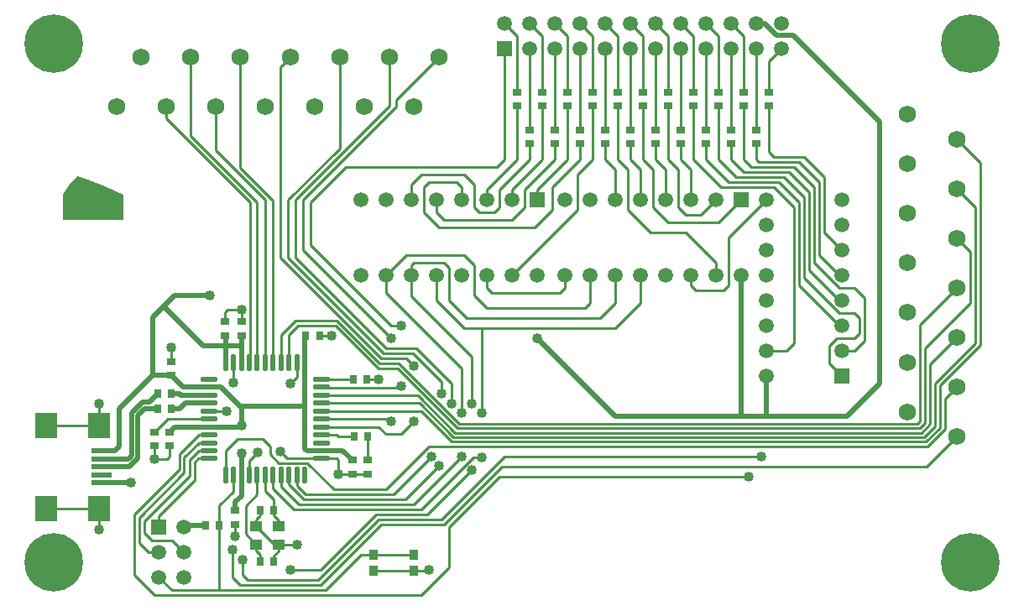
<source format=gtl>
%FSAX42Y42*%
%MOMM*%
G71*
G01*
G75*
G04 Layer_Physical_Order=1*
G04 Layer_Color=255*
%ADD10R,1.30X1.05*%
%ADD11R,0.80X0.90*%
%ADD12O,0.55X1.75*%
%ADD13O,1.75X0.55*%
%ADD14R,0.90X0.80*%
%ADD15R,2.20X2.50*%
%ADD16R,2.00X0.50*%
%ADD17R,0.90X1.00*%
%ADD18C,0.51*%
%ADD19C,0.25*%
%ADD20C,0.60*%
%ADD21C,0.40*%
%ADD22C,1.00*%
%ADD23C,0.70*%
%ADD24C,0.50*%
%ADD25C,0.80*%
%ADD26C,5.89*%
%ADD27R,1.50X1.50*%
%ADD28C,1.50*%
%ADD29R,1.50X1.50*%
%ADD30C,1.50*%
%ADD31R,1.50X1.50*%
%ADD32C,1.75*%
%ADD33R,1.50X1.50*%
%ADD34C,1.02*%
G36*
X005711Y011898D02*
X005712Y011896D01*
X005782Y011872D01*
X005977Y011797D01*
X006168Y011713D01*
X006167Y011712D01*
Y011458D01*
X005558D01*
Y011712D01*
X006167D01*
X005557Y011712D01*
X005579Y011756D01*
X005611Y011805D01*
X005650Y011848D01*
X005693Y011887D01*
X005711Y011898D01*
X005711Y011898D01*
D02*
G37*
D10*
X007730Y008369D02*
D03*
Y008184D02*
D03*
X007500D02*
D03*
Y008369D02*
D03*
D11*
X006649Y009550D02*
D03*
X006509D02*
D03*
X006649Y009703D02*
D03*
X006509D02*
D03*
X008621Y009851D02*
D03*
X008481D02*
D03*
X008143Y010287D02*
D03*
X008003D02*
D03*
X008490Y009271D02*
D03*
X008630D02*
D03*
X007682Y008530D02*
D03*
X007542D02*
D03*
Y008009D02*
D03*
X007682D02*
D03*
X007131Y008378D02*
D03*
X006991D02*
D03*
D12*
X007195Y010014D02*
D03*
X007275D02*
D03*
X007355D02*
D03*
X007435D02*
D03*
X007515D02*
D03*
X007595D02*
D03*
X007675D02*
D03*
X007755D02*
D03*
X007835D02*
D03*
X007915D02*
D03*
X007995D02*
D03*
Y008884D02*
D03*
X007915D02*
D03*
X007835D02*
D03*
X007755D02*
D03*
X007675D02*
D03*
X007595D02*
D03*
X007515D02*
D03*
X007435D02*
D03*
X007355D02*
D03*
X007275D02*
D03*
X007195D02*
D03*
D13*
X008160Y009849D02*
D03*
Y009769D02*
D03*
Y009689D02*
D03*
Y009609D02*
D03*
Y009529D02*
D03*
Y009449D02*
D03*
Y009369D02*
D03*
Y009289D02*
D03*
Y009209D02*
D03*
Y009129D02*
D03*
Y009049D02*
D03*
X007030D02*
D03*
Y009129D02*
D03*
Y009209D02*
D03*
Y009289D02*
D03*
Y009369D02*
D03*
Y009449D02*
D03*
Y009529D02*
D03*
Y009609D02*
D03*
Y009689D02*
D03*
Y009769D02*
D03*
Y009849D02*
D03*
D14*
X008628Y009032D02*
D03*
Y008892D02*
D03*
X008475Y008892D02*
D03*
Y009032D02*
D03*
X006629Y009316D02*
D03*
Y009176D02*
D03*
X006477Y009176D02*
D03*
Y009316D02*
D03*
X006646Y009887D02*
D03*
Y010027D02*
D03*
X007193Y010429D02*
D03*
Y010289D02*
D03*
X007358Y010429D02*
D03*
Y010289D02*
D03*
X007294Y008384D02*
D03*
Y008524D02*
D03*
X010135Y012605D02*
D03*
Y012745D02*
D03*
X012675Y012745D02*
D03*
Y012605D02*
D03*
X012548Y012364D02*
D03*
Y012224D02*
D03*
X012294Y012364D02*
D03*
Y012224D02*
D03*
X012167Y012605D02*
D03*
Y012745D02*
D03*
X012040Y012364D02*
D03*
Y012224D02*
D03*
X011913Y012605D02*
D03*
Y012745D02*
D03*
X011786Y012364D02*
D03*
Y012224D02*
D03*
X011659Y012605D02*
D03*
Y012745D02*
D03*
X011532Y012364D02*
D03*
Y012224D02*
D03*
X011405Y012605D02*
D03*
Y012745D02*
D03*
X011278Y012364D02*
D03*
Y012224D02*
D03*
X011151Y012605D02*
D03*
Y012745D02*
D03*
X011024Y012364D02*
D03*
Y012224D02*
D03*
X010897Y012605D02*
D03*
Y012745D02*
D03*
X010770Y012364D02*
D03*
Y012224D02*
D03*
X010643Y012605D02*
D03*
Y012745D02*
D03*
X010516Y012364D02*
D03*
Y012224D02*
D03*
X010389Y012605D02*
D03*
Y012745D02*
D03*
X010262Y012364D02*
D03*
Y012224D02*
D03*
X012421Y012605D02*
D03*
Y012745D02*
D03*
D15*
X005390Y009386D02*
D03*
Y008546D02*
D03*
X005920D02*
D03*
Y009386D02*
D03*
D16*
X005945Y008806D02*
D03*
Y008886D02*
D03*
Y008966D02*
D03*
Y009046D02*
D03*
Y009126D02*
D03*
D17*
X008685Y007921D02*
D03*
X009095D02*
D03*
Y008081D02*
D03*
X008685D02*
D03*
D18*
X006426Y009550D02*
X006426Y009550D01*
X006509D01*
X006375Y009550D02*
X006426D01*
X006312Y009487D02*
X006375Y009550D01*
X006312Y009055D02*
Y009487D01*
X005945Y008966D02*
X006223D01*
X006426Y009620D02*
X006509Y009703D01*
X006356Y009620D02*
X006426D01*
X006248Y009513D02*
X006356Y009620D01*
X006248Y009081D02*
Y009513D01*
X005945Y009046D02*
X006213D01*
X006223Y008966D02*
X006312Y009055D01*
X006213Y009046D02*
X006248Y009081D01*
X005945Y008806D02*
X006241D01*
X006745Y009689D02*
X007030D01*
X006731Y009703D02*
X006745Y009689D01*
X006649Y009703D02*
X006731D01*
X006789Y009609D02*
X007030D01*
X006731Y009550D02*
X006789Y009609D01*
X006649Y009550D02*
X006731D01*
X006121Y009550D02*
X006458Y009887D01*
X006121Y009169D02*
Y009550D01*
X006078Y009126D02*
X006121Y009169D01*
X005945Y009126D02*
X006078D01*
X012395Y009474D02*
X013462D01*
X012649D02*
Y009857D01*
X006458Y009887D02*
X006646D01*
X006764Y009769D01*
X006773Y008362D02*
X006789Y008378D01*
X006991D01*
X006683Y009369D02*
X007030D01*
X006629Y009316D02*
X006683Y009369D01*
X007193Y010289D02*
X007195Y010287D01*
X007355Y010014D02*
X007358Y010017D01*
X007995Y010014D02*
Y010279D01*
X008003Y010287D01*
X007294Y008524D02*
Y008615D01*
X007355Y008675D01*
Y008884D01*
X008160Y009129D02*
X008378D01*
X008475Y009032D01*
X012548Y013437D02*
X012631D01*
X012752Y013316D01*
X012922D01*
X013792Y012446D01*
Y009804D02*
Y012446D01*
X013462Y009474D02*
X013792Y009804D01*
X012395Y009474D02*
Y010897D01*
Y009474D02*
X012395Y009474D01*
X011125D02*
X012395D01*
X010338Y010262D02*
X011125Y009474D01*
X006764Y009769D02*
X007030D01*
X006680Y010693D02*
X007036D01*
X006458Y009887D02*
Y010471D01*
X007195Y010014D02*
Y010185D01*
Y010287D01*
Y010185D02*
X007358D01*
Y010017D02*
Y010185D01*
Y010289D01*
X006966Y010185D02*
X007195D01*
X006458Y010471D02*
X006569Y010582D01*
X006680Y010693D01*
X006569Y010582D02*
X006966Y010185D01*
X008016Y009129D02*
X008160D01*
X007995Y009150D02*
X008016Y009129D01*
X007995Y009150D02*
Y009576D01*
Y010014D01*
X007355Y008884D02*
Y009105D01*
X007030Y009369D02*
X007339D01*
X007355Y009384D01*
X007030Y009769D02*
X007148D01*
X007341Y009576D01*
X007995D01*
X007355Y009384D02*
Y009562D01*
X007341Y009576D02*
X007355Y009562D01*
D19*
X009957Y008865D02*
X012471D01*
X013231Y011330D02*
X013411Y011151D01*
X013538Y010770D02*
X013640Y010668D01*
Y010236D02*
Y010668D01*
X013538Y010135D02*
X013640Y010236D01*
X013538Y010516D02*
X013589Y010465D01*
Y010312D02*
Y010465D01*
X013538Y010262D02*
X013589Y010312D01*
X013386Y010770D02*
X013538D01*
X013411Y010135D02*
X013538D01*
X013132Y011024D02*
X013386Y010770D01*
X013181Y011102D02*
X013386Y010897D01*
X013081Y010947D02*
X013386Y010643D01*
X013360Y010262D02*
X013538D01*
X013386Y010516D02*
X013538D01*
X012979Y010795D02*
X013386Y010389D01*
X012979Y010795D02*
Y011633D01*
X012649Y010135D02*
X012852D01*
X012929Y010211D01*
X013284Y010008D02*
X013411Y009881D01*
X013284Y010008D02*
Y010185D01*
X013030Y010871D02*
X013386Y010516D01*
X013284Y010185D02*
X013360Y010262D01*
X012929Y010211D02*
Y011582D01*
X010008Y012065D02*
Y013183D01*
X009931Y011989D02*
X010008Y012065D01*
X008407Y011989D02*
X009931D01*
X005390Y009386D02*
X005920D01*
X005390Y008546D02*
X005920D01*
Y008333D02*
Y008546D01*
Y009386D02*
Y009599D01*
X008814Y008738D02*
X009246Y009169D01*
X008287Y008738D02*
X008814D01*
X008020Y009004D02*
X008287Y008738D01*
X009246Y009169D02*
X014277D01*
X007987Y008636D02*
X009011D01*
X009347Y008973D01*
X009093Y008585D02*
X009576Y009068D01*
X007938Y008585D02*
X009093D01*
X008163Y009525D02*
X009169D01*
X009476Y009219D01*
X009373Y009703D02*
Y009820D01*
X009083Y010109D02*
X009373Y009820D01*
X008788Y010109D02*
X009083D01*
X009119Y010160D02*
X009474Y009804D01*
X008814Y010160D02*
X009119D01*
X009474Y009601D02*
Y009804D01*
X008945Y010008D02*
X009550Y009403D01*
X008932Y009957D02*
X009532Y009356D01*
X009550Y009403D02*
X013315D01*
X009532Y009356D02*
X014196D01*
X009576Y009512D02*
Y009957D01*
X008814Y010719D02*
X009576Y009957D01*
X009677Y009601D02*
Y010079D01*
X009779Y009508D02*
Y010363D01*
X009068Y010688D02*
X009677Y010079D01*
X014196Y009356D02*
X014249Y009410D01*
X009695Y009060D02*
X009779D01*
X009169Y008534D02*
X009695Y009060D01*
X009601Y010363D02*
X009779D01*
X009068Y010688D02*
Y010897D01*
X009230Y008484D02*
X009677Y008931D01*
X008712Y008484D02*
X009230D01*
X008738Y008433D02*
X009373D01*
X008763Y008382D02*
X009398D01*
X009373Y008433D02*
X010008Y009068D01*
X009398Y008382D02*
X009982Y008966D01*
X007218Y010550D02*
X007358D01*
X007193Y010524D02*
X007218Y010550D01*
X007193Y010429D02*
Y010524D01*
X007358Y010429D02*
Y010550D01*
X008162Y009851D02*
X008481D01*
X008481Y009851D02*
X008481Y009851D01*
X010617Y010770D02*
Y010897D01*
X009830Y010770D02*
Y010897D01*
X009347Y011379D02*
X010312D01*
X009195Y011532D02*
X009347Y011379D01*
X009195Y011532D02*
Y011786D01*
X009398Y011455D02*
X010084D01*
X009322Y011532D02*
X009398Y011455D01*
X009322Y011532D02*
Y011659D01*
X010871Y010617D02*
Y010897D01*
X011125Y010617D02*
Y010897D01*
X012725Y011786D02*
X012929Y011582D01*
X012776Y011836D02*
X012979Y011633D01*
X013030Y010871D02*
Y011684D01*
X012827Y011887D02*
X013030Y011684D01*
X010084Y010897D02*
X010744Y011557D01*
Y011913D01*
X012141Y010897D02*
Y011024D01*
X011836Y011328D02*
X012141Y011024D01*
X011481Y011328D02*
X011836D01*
X012268Y010795D02*
Y011278D01*
X012217Y010744D02*
X012268Y010795D01*
X011938Y010744D02*
X012217D01*
X011887Y010795D02*
X011938Y010744D01*
X012268Y011278D02*
X012649Y011659D01*
X012192Y011786D02*
X012725D01*
X012268Y011836D02*
X012776D01*
X012344Y011887D02*
X012827D01*
X012421Y011938D02*
X012878D01*
X012497Y011989D02*
X012929D01*
X012573Y012040D02*
X012979D01*
X012548Y012065D02*
X012573Y012040D01*
X012725Y012090D02*
X013030D01*
X012675Y012141D02*
X012725Y012090D01*
X012167Y011430D02*
X012395Y011659D01*
X011659Y011430D02*
X012167D01*
X012421Y012065D02*
X012497Y011989D01*
X012294Y012065D02*
X012421Y011938D01*
X012167Y012065D02*
X012344Y011887D01*
X012675Y012141D02*
Y012605D01*
X012548Y012065D02*
Y012224D01*
X012675Y013056D02*
X012802Y013183D01*
X012040Y012065D02*
X012268Y011836D01*
X011913Y012065D02*
X012192Y011786D01*
X012421Y012065D02*
Y012605D01*
X012294Y012065D02*
Y012224D01*
X012040Y012065D02*
Y012224D01*
X011913Y012065D02*
Y012605D01*
X012167Y012065D02*
Y012605D01*
X012040Y012364D02*
Y013183D01*
X011887Y011659D02*
Y011963D01*
X011786Y012065D02*
X011887Y011963D01*
X011786Y012065D02*
Y012224D01*
X011760Y011582D02*
Y011963D01*
Y011582D02*
X011836Y011506D01*
X009830Y011760D02*
X010135Y012065D01*
X009830Y011659D02*
Y011760D01*
X010262Y012065D02*
Y012224D01*
X009957Y011760D02*
X010262Y012065D01*
X009957Y011582D02*
Y011760D01*
X010084Y011760D02*
X010389Y012065D01*
X010084Y011659D02*
Y011760D01*
X010516Y012065D02*
Y012224D01*
X010211Y011760D02*
X010516Y012065D01*
X010211Y011582D02*
Y011760D01*
X010643Y012065D02*
Y012605D01*
X010338Y011760D02*
X010643Y012065D01*
X010338Y011659D02*
Y011760D01*
X011659Y012065D02*
X011760Y011963D01*
X011659Y012065D02*
Y012605D01*
X011252Y011557D02*
X011481Y011328D01*
X011252Y011557D02*
Y011963D01*
X011836Y011506D02*
X011989D01*
X012141Y011659D01*
X011506Y011582D02*
X011659Y011430D01*
X011125Y011659D02*
Y011963D01*
X011024Y012065D02*
X011125Y011963D01*
X011024Y012065D02*
Y012224D01*
X011151Y012065D02*
Y012605D01*
Y012065D02*
X011252Y011963D01*
X011633Y011659D02*
Y011963D01*
X011532Y012065D02*
X011633Y011963D01*
X011532Y012065D02*
Y012224D01*
X011506Y011582D02*
Y011963D01*
X011405Y012065D02*
X011506Y011963D01*
X011405Y012065D02*
Y012605D01*
X011379Y011659D02*
Y011963D01*
X011278Y012065D02*
X011379Y011963D01*
X011278Y012065D02*
Y012224D01*
X010084Y011455D02*
X010211Y011582D01*
X010312Y011379D02*
X010490Y011557D01*
X009906Y011532D02*
X009957Y011582D01*
X009754Y011532D02*
X009906D01*
X009703Y011582D02*
X009754Y011532D01*
X009703Y011582D02*
Y011811D01*
X009601Y011913D02*
X009703Y011811D01*
X009169Y011913D02*
X009601D01*
X009068Y011811D02*
X009169Y011913D01*
X009068Y011659D02*
Y011811D01*
X009195Y011786D02*
X009246Y011836D01*
X009525D01*
X009576Y011786D01*
Y011659D02*
Y011786D01*
X010770Y012065D02*
Y012224D01*
X010490Y011786D02*
X010770Y012065D01*
X010490Y011557D02*
Y011786D01*
X010744Y011913D02*
X010897Y012065D01*
Y012605D01*
X012421Y012745D02*
Y013310D01*
X012294Y013437D02*
X012421Y013310D01*
X012167Y012745D02*
Y013310D01*
X012040Y013437D02*
X012167Y013310D01*
X011913Y012745D02*
Y013310D01*
X011786Y013437D02*
X011913Y013310D01*
X011659Y012745D02*
Y013310D01*
X011532Y013437D02*
X011659Y013310D01*
X011405Y012745D02*
Y013310D01*
X011278Y013437D02*
X011405Y013310D01*
X011151Y012745D02*
Y013310D01*
X011024Y013437D02*
X011151Y013310D01*
X010897Y012745D02*
Y013310D01*
X010770Y013437D02*
X010897Y013310D01*
X010643Y012745D02*
Y013310D01*
X010516Y013437D02*
X010643Y013310D01*
X010389Y012745D02*
Y013310D01*
X010262Y013437D02*
X010389Y013310D01*
X010135Y012745D02*
Y013310D01*
X010008Y013437D02*
X010135Y013310D01*
X012548Y012364D02*
X012548Y012364D01*
X012294Y012364D02*
X012294Y012364D01*
X011786Y012364D02*
X011786Y012364D01*
X011532Y012364D02*
X011532Y012364D01*
X011278Y012364D02*
X011278Y012364D01*
X011024Y012364D02*
X011024Y012364D01*
X010770Y012364D02*
X010770Y012364D01*
X010516Y012364D02*
X010516Y012364D01*
X010262Y012364D02*
X010262Y012364D01*
X008621Y009851D02*
X008742D01*
X007542Y008473D02*
Y008530D01*
X007435Y010014D02*
X007441Y010021D01*
X008160Y009289D02*
X008163Y009292D01*
X007500Y008432D02*
X007542Y008473D01*
X008264Y010287D02*
Y010325D01*
X008143Y010287D02*
X008264D01*
X008160Y009049D02*
X008312D01*
X008329Y009032D01*
Y008892D02*
Y009032D01*
Y008892D02*
X008475D01*
X007675Y008747D02*
Y008884D01*
X007755Y008768D02*
Y008884D01*
X008475Y008892D02*
X008628D01*
X008475Y008892D02*
X008475Y008892D01*
X007515Y008687D02*
Y008884D01*
X007398Y008570D02*
X007515Y008687D01*
X009095Y007921D02*
X009239D01*
X009246Y007928D01*
X008685Y008081D02*
X009095D01*
X007294Y008264D02*
Y008384D01*
X006477Y009042D02*
Y009176D01*
Y009042D02*
X006604D01*
X007030Y009529D02*
X007206D01*
X006640Y010033D02*
X006646Y010027D01*
X010516Y012364D02*
Y013183D01*
X010770Y012364D02*
Y013183D01*
X011024Y012364D02*
Y013183D01*
X011278Y012364D02*
Y013183D01*
X011532Y012364D02*
Y013183D01*
X011786Y012364D02*
Y013183D01*
X012040Y013183D02*
X012040Y013183D01*
X012294Y012364D02*
Y013183D01*
X012548Y012364D02*
Y013183D01*
X012675Y012745D02*
Y013056D01*
X006604Y009042D02*
X006629Y009068D01*
Y009176D01*
X006731Y008941D02*
Y009093D01*
X006777Y008906D02*
Y009059D01*
X006833Y008872D02*
Y009038D01*
X006923Y009129D01*
X007030D01*
X006883Y008835D02*
Y009013D01*
X006919Y009049D01*
X007030D01*
X008160Y009449D02*
X008839D01*
X008160Y009529D02*
X008163Y009525D01*
X006416Y008108D02*
X006519D01*
X006325Y008200D02*
X006416Y008108D01*
X006274Y008484D02*
X006731Y008941D01*
X006325Y008200D02*
Y008454D01*
X006777Y008906D01*
X006375Y008415D02*
X006833Y008872D01*
X006519Y008362D02*
Y008471D01*
X006883Y008835D01*
X008685Y007921D02*
X009095D01*
X007682Y008009D02*
Y008067D01*
X007730Y008115D01*
Y008184D01*
X007916D01*
X006274Y007874D02*
Y008484D01*
X006656Y008225D02*
X006773Y008108D01*
X006452Y008225D02*
X006656D01*
X006375Y008302D02*
X006452Y008225D01*
X006375Y008302D02*
Y008415D01*
X007685Y008184D02*
X007730D01*
X007500Y008369D02*
Y008432D01*
X007398Y008287D02*
Y008570D01*
Y008287D02*
X007500Y008184D01*
Y008121D02*
Y008184D01*
Y008121D02*
X007542Y008080D01*
Y008009D02*
Y008080D01*
X007500Y008369D02*
X007685Y008184D01*
X007915Y008773D02*
Y008884D01*
X007835Y008789D02*
Y008884D01*
X008160Y009369D02*
X008741D01*
X008160Y009289D02*
X008313D01*
X008331Y009271D01*
X008490D01*
X008630Y009034D02*
Y009271D01*
X008628Y009032D02*
X008630Y009034D01*
X008839Y009449D02*
X008865Y009423D01*
X008161Y009767D02*
X008954D01*
X008966Y009779D01*
X010389Y012065D02*
Y012605D01*
X010262Y012364D02*
Y013183D01*
X010135Y012065D02*
Y012605D01*
X007835Y010014D02*
Y010298D01*
X007925Y010389D01*
X007755Y010014D02*
Y010295D01*
X007899Y010439D01*
X007264Y007849D02*
Y008128D01*
X007595Y008725D02*
Y008884D01*
X007682Y008473D02*
Y008530D01*
Y008638D01*
X007595Y008725D02*
X007682Y008638D01*
Y008473D02*
X007730Y008424D01*
Y008369D02*
Y008424D01*
X008741Y009369D02*
X008814Y009296D01*
X009017Y010058D02*
X009093Y009982D01*
X007915Y008773D02*
X008001Y008687D01*
X008814Y010719D02*
Y010897D01*
X009322Y010643D02*
Y010897D01*
Y010643D02*
X009601Y010363D01*
X011379Y010617D02*
Y010897D01*
X009068D02*
Y010998D01*
X009601Y011100D02*
X009703Y010998D01*
X008814Y010897D02*
X009017Y011100D01*
X009398Y011024D02*
X009449Y010973D01*
X009068Y010998D02*
X009093Y011024D01*
X009017Y011100D02*
X009601D01*
X009093Y011024D02*
X009398D01*
X009449Y010643D02*
Y010973D01*
X008559Y008077D02*
X008681D01*
X008685Y008081D01*
X009703Y010693D02*
Y010998D01*
X007366Y007874D02*
Y008026D01*
X008204Y007722D02*
X008458Y007975D01*
X006519Y007854D02*
X006652Y007722D01*
X006274Y007874D02*
X006477Y007671D01*
X007264Y007849D02*
X007341Y007772D01*
X007366Y007874D02*
X007417Y007823D01*
X007341Y007772D02*
X008153D01*
X007417Y007823D02*
X008128D01*
X008160Y009609D02*
X009150D01*
X008160Y009689D02*
X009135D01*
X008001Y008687D02*
X008890D01*
X009271Y009068D01*
X008814Y009296D02*
X008966D01*
X009093Y009423D01*
X007835Y008789D02*
X007987Y008636D01*
X007755Y008768D02*
X007938Y008585D01*
X007675Y008747D02*
X007887Y008534D01*
X007849Y007925D02*
X008153D01*
X008712Y008484D01*
X007887Y008534D02*
X009169D01*
X008128Y007823D02*
X008738Y008433D01*
X008153Y007772D02*
X008763Y008382D01*
X006477Y007671D02*
X009169D01*
X008458Y007975D02*
Y007975D01*
X008559Y008077D01*
X006652Y007722D02*
X007131D01*
X008204D01*
X007131D02*
Y008378D01*
X014199Y010399D02*
X014572Y010772D01*
X014300Y010001D02*
X014572Y010272D01*
Y011272D02*
X014707Y011137D01*
Y010617D02*
Y011137D01*
X014249Y010160D02*
X014707Y010617D01*
X014572Y011772D02*
X014757Y011586D01*
Y010211D02*
Y011586D01*
X014351Y009804D02*
X014757Y010211D01*
X014808Y010197D02*
Y012036D01*
X014572Y012272D02*
X014808Y012036D01*
X007747Y012999D02*
X007846Y013098D01*
X008915Y012668D02*
X009346Y013098D01*
X008735Y009957D02*
X008932D01*
X008749Y010008D02*
X008945D01*
X008763Y010058D02*
X009017D01*
X008846Y012605D02*
Y013098D01*
X007899Y011659D02*
X008846Y012605D01*
X007823Y011659D02*
X008346Y012181D01*
Y013098D01*
X008915Y012598D02*
Y012668D01*
X007675Y010014D02*
Y011655D01*
X007346Y011983D02*
Y013098D01*
Y011983D02*
X007675Y011655D01*
X007096Y012157D02*
Y012598D01*
Y012157D02*
X007595Y011659D01*
Y010014D02*
Y011659D01*
X006846Y012306D02*
Y013098D01*
Y012306D02*
X007515Y011637D01*
Y010014D02*
Y011637D01*
X006596Y012479D02*
Y012598D01*
Y012479D02*
X007441Y011634D01*
Y010021D02*
Y011634D01*
X008865Y010389D02*
X008966D01*
X007976Y011659D02*
X008915Y012598D01*
X007925Y010389D02*
X008303D01*
X008735Y009957D01*
X007899Y010439D02*
X008317D01*
X008749Y010008D01*
X007747Y011074D02*
Y012999D01*
X007823Y011074D02*
Y011659D01*
X007899Y011074D02*
Y011659D01*
X007747Y011074D02*
X008763Y010058D01*
X007823Y011074D02*
X008788Y010109D01*
X007899Y011074D02*
X008814Y010160D01*
X007976Y011151D02*
Y011659D01*
Y011151D02*
X008865Y010262D01*
X008052Y011201D02*
Y011633D01*
Y011201D02*
X008865Y010389D01*
X008052Y011633D02*
X008407Y011989D01*
X007025Y009453D02*
X007030Y009449D01*
X006477Y009316D02*
X006614Y009453D01*
X007025D01*
X006777Y009059D02*
X006927Y009209D01*
X007030D01*
X006731Y009093D02*
X006927Y009289D01*
X007030D01*
X009169Y007671D02*
X009449Y007950D01*
Y008357D01*
X009957Y008865D01*
X007131Y008378D02*
Y008575D01*
X007275Y008718D01*
Y008884D01*
X012878Y011938D02*
X013081Y011735D01*
Y010947D02*
Y011735D01*
X013132Y011024D02*
Y011786D01*
X013231Y011330D02*
Y011889D01*
X012929Y011989D02*
X013132Y011786D01*
X012979Y012040D02*
X013181Y011838D01*
Y011102D02*
Y011838D01*
X013030Y012090D02*
X013231Y011889D01*
X014266Y008966D02*
X014572Y009272D01*
X014402Y009791D02*
X014808Y010197D01*
X014453Y009345D02*
Y009653D01*
X014572Y009772D01*
X014402Y009359D02*
Y009791D01*
X014351Y009373D02*
Y009804D01*
X014300Y009396D02*
Y010001D01*
X014249Y009410D02*
Y010160D01*
X014199Y009423D02*
Y010399D01*
X014177Y009402D02*
X014199Y009423D01*
X013315Y009403D02*
X013316Y009402D01*
X014177D01*
X011887Y010795D02*
Y010897D01*
X011125Y010363D02*
X011379Y010617D01*
X009779Y010363D02*
X011125D01*
X010973Y010465D02*
X011125Y010617D01*
X009449Y010643D02*
X009627Y010465D01*
X010973D01*
X010820Y010566D02*
X010871Y010617D01*
X009703Y010693D02*
X009830Y010566D01*
X010820D01*
X010566Y010719D02*
X010617Y010770D01*
X009830Y010770D02*
X009881Y010719D01*
X010566D01*
X009982Y008966D02*
X014266D01*
X010008Y009068D02*
X012598D01*
X014277Y009169D02*
X014453Y009345D01*
X014262Y009219D02*
X014402Y009359D01*
X014243Y009265D02*
X014351Y009373D01*
X014215Y009310D02*
X014300Y009396D01*
X006646Y010027D02*
Y010168D01*
X007275Y009815D02*
Y010014D01*
X008158Y009050D02*
X008160Y009049D01*
X007747Y009119D02*
X007816Y009050D01*
X007915Y009870D02*
Y010014D01*
X007849Y009804D02*
X007915Y009870D01*
X007816Y009050D02*
X008158D01*
X007734Y009004D02*
X008020D01*
X007645Y009093D02*
X007734Y009004D01*
X007645Y009093D02*
Y009169D01*
X007569Y009246D02*
X007645Y009169D01*
X007195Y008884D02*
Y009125D01*
X007315Y009246D01*
X007569D01*
X009135Y009689D02*
X009513Y009310D01*
X014215D01*
X009150Y009609D02*
X009495Y009265D01*
X014243D01*
X009476Y009219D02*
X014262D01*
X007435Y008884D02*
Y009025D01*
X007518Y009109D01*
D20*
X005878Y011765D02*
D03*
X005895Y011542D02*
D03*
D21*
X005817Y011806D02*
D03*
X005977Y011753D02*
D03*
X005646Y011758D02*
D03*
X005710Y011501D02*
D03*
X005961Y011567D02*
D03*
X005956Y011504D02*
D03*
X005603Y011610D02*
D03*
X005756Y011659D02*
D03*
X005842Y011598D02*
D03*
X005824Y011656D02*
D03*
D22*
X005725Y011801D02*
D03*
X006091Y011641D02*
D03*
X005753Y011570D02*
D03*
D23*
X006068Y011524D02*
D03*
X005674Y011646D02*
D03*
D24*
X006007Y011613D02*
D03*
X005827Y011504D02*
D03*
D25*
X005928Y011641D02*
D03*
X005636Y011529D02*
D03*
D26*
X005461Y013233D02*
D03*
Y008001D02*
D03*
X014707Y013233D02*
D03*
Y008001D02*
D03*
D27*
X006519Y008362D02*
D03*
D28*
X006773D02*
D03*
X006519Y008108D02*
D03*
X006773D02*
D03*
X006519Y007854D02*
D03*
X006773D02*
D03*
X010262Y013183D02*
D03*
X010516D02*
D03*
X010770D02*
D03*
X011024D02*
D03*
X011278D02*
D03*
X011532D02*
D03*
X011786D02*
D03*
X012040D02*
D03*
X012294D02*
D03*
X012548D02*
D03*
X012802D02*
D03*
X010008Y013437D02*
D03*
X010262D02*
D03*
X010516D02*
D03*
X010770D02*
D03*
X011024D02*
D03*
X011278D02*
D03*
X011532D02*
D03*
X011786D02*
D03*
X012040D02*
D03*
X012294D02*
D03*
X012548D02*
D03*
X012802D02*
D03*
D29*
X013411Y009881D02*
D03*
D30*
Y010135D02*
D03*
Y010389D02*
D03*
Y010643D02*
D03*
Y010897D02*
D03*
Y011151D02*
D03*
Y011405D02*
D03*
Y011659D02*
D03*
X012649Y009881D02*
D03*
Y010135D02*
D03*
Y010389D02*
D03*
Y010643D02*
D03*
Y010897D02*
D03*
Y011151D02*
D03*
Y011405D02*
D03*
Y011659D02*
D03*
X012141Y011659D02*
D03*
X011887D02*
D03*
X011633D02*
D03*
X011379D02*
D03*
X011125D02*
D03*
X010871D02*
D03*
X010617D02*
D03*
X012395Y010897D02*
D03*
X012141D02*
D03*
X011887D02*
D03*
X011633D02*
D03*
X011379D02*
D03*
X011125D02*
D03*
X010871D02*
D03*
X010617D02*
D03*
X010084Y011659D02*
D03*
X009830D02*
D03*
X009576D02*
D03*
X009322D02*
D03*
X009068D02*
D03*
X008814D02*
D03*
X008560D02*
D03*
X010338Y010897D02*
D03*
X010084D02*
D03*
X009830D02*
D03*
X009576D02*
D03*
X009322D02*
D03*
X009068D02*
D03*
X008814D02*
D03*
X008560D02*
D03*
D31*
X012395Y011659D02*
D03*
X010338D02*
D03*
D32*
X009346Y013098D02*
D03*
X006096Y012598D02*
D03*
X006346Y013098D02*
D03*
X006596Y012598D02*
D03*
X006846Y013098D02*
D03*
X007096Y012598D02*
D03*
X007346Y013098D02*
D03*
X007596Y012598D02*
D03*
X007846Y013098D02*
D03*
X008096Y012598D02*
D03*
X008346Y013098D02*
D03*
X008596Y012598D02*
D03*
X008846Y013098D02*
D03*
X009096Y012598D02*
D03*
X014072Y009522D02*
D03*
X014572Y009772D02*
D03*
X014072Y010022D02*
D03*
X014572Y010272D02*
D03*
X014072Y010522D02*
D03*
X014572Y010772D02*
D03*
X014072Y011022D02*
D03*
X014572Y011272D02*
D03*
X014072Y011522D02*
D03*
X014572Y011772D02*
D03*
X014072Y012022D02*
D03*
X014572Y012272D02*
D03*
X014072Y012522D02*
D03*
X014572Y009272D02*
D03*
D33*
X010008Y013183D02*
D03*
D34*
X012471Y008865D02*
D03*
X005920Y008333D02*
D03*
Y009599D02*
D03*
X009347Y008973D02*
D03*
X008865Y009423D02*
D03*
X009373Y009703D02*
D03*
X009474Y009601D02*
D03*
X009677D02*
D03*
X009576Y009512D02*
D03*
X009779Y009508D02*
D03*
Y009060D02*
D03*
X009677Y008931D02*
D03*
X009246Y007928D02*
D03*
X007358Y010550D02*
D03*
X008264Y010287D02*
D03*
X008329Y008892D02*
D03*
X008742Y009851D02*
D03*
X007916Y008184D02*
D03*
X006477Y009042D02*
D03*
X007206Y009529D02*
D03*
X007294Y008264D02*
D03*
X008966Y009779D02*
D03*
X007264Y008128D02*
D03*
X009093Y009982D02*
D03*
X007366Y008026D02*
D03*
X007849Y007925D02*
D03*
X009271Y009068D02*
D03*
X009093Y009423D02*
D03*
X012598Y009068D02*
D03*
X008865Y010262D02*
D03*
X008966Y010389D02*
D03*
X010338Y010262D02*
D03*
X007036Y010693D02*
D03*
X006646Y010168D02*
D03*
X007275Y009815D02*
D03*
X007747Y009119D02*
D03*
X007849Y009804D02*
D03*
X007355Y009105D02*
D03*
Y009384D02*
D03*
X009576Y009068D02*
D03*
X006241Y008806D02*
D03*
X007518Y009109D02*
D03*
M02*

</source>
